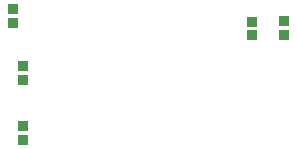
<source format=gbp>
G04*
G04 #@! TF.GenerationSoftware,Altium Limited,Altium Designer,24.0.1 (36)*
G04*
G04 Layer_Color=128*
%FSLAX44Y44*%
%MOMM*%
G71*
G04*
G04 #@! TF.SameCoordinates,124752F4-CBEC-4B7B-B6B5-C58268B34DF0*
G04*
G04*
G04 #@! TF.FilePolarity,Positive*
G04*
G01*
G75*
%ADD129R,0.9487X0.9487*%
D129*
X-22000Y-173000D02*
D03*
Y-184700D02*
D03*
Y-223400D02*
D03*
Y-235100D02*
D03*
X-31000Y-124400D02*
D03*
Y-136100D02*
D03*
X199000Y-146000D02*
D03*
Y-134300D02*
D03*
X172000Y-135000D02*
D03*
Y-146700D02*
D03*
M02*

</source>
